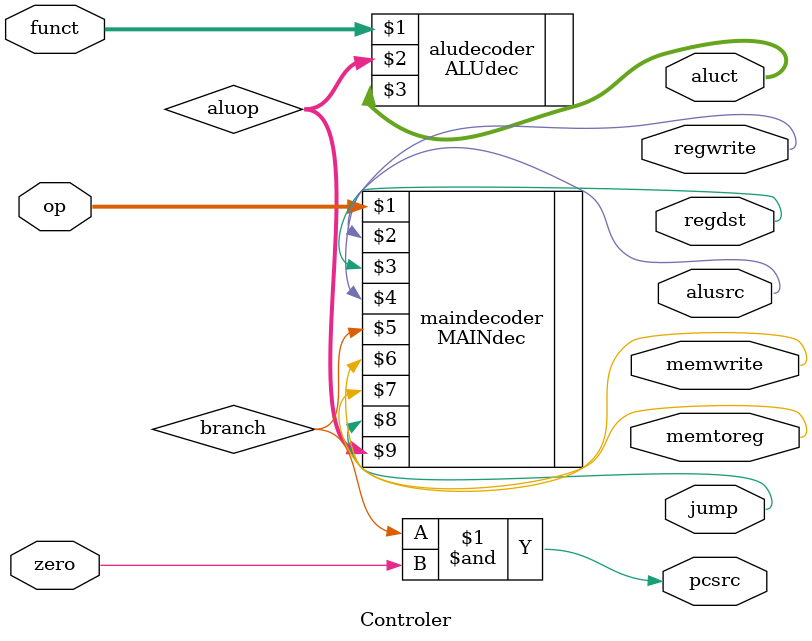
<source format=v>
`timescale 1ns / 1ps


module Controler(
input [5:0] funct,input [5:0] op,input zero,
output [2:0] aluct,output alusrc,output jump,
output memtoreg,output memwrite,output pcsrc,output regdst,output regwrite) ;
	wire [1:0] aluop;
	wire branch;
	ALUdec aludecoder(funct,aluop,aluct) ;
	MAINdec maindecoder(op,regwrite,regdst,alusrc,branch,memwrite,memtoreg,jump,aluop) ;
	assign pcsrc=branch & zero;
endmodule
</source>
